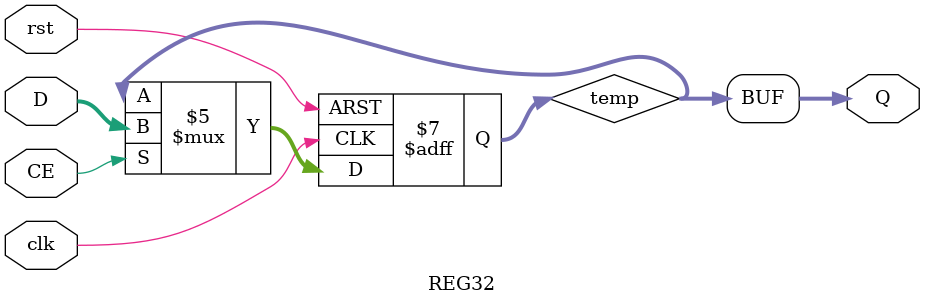
<source format=v>
module REG32(
    input clk,
    input rst,
    input CE,
    input wire [31:0] D,
    output [31:0] Q
);
    reg [31:0] temp = 0;
    always @(posedge clk or posedge rst) begin
        if (rst == 1'b1) temp <= 32'b0;
        else if (CE == 1'b1) temp <= D;
    end
    assign Q = temp;
endmodule
</source>
